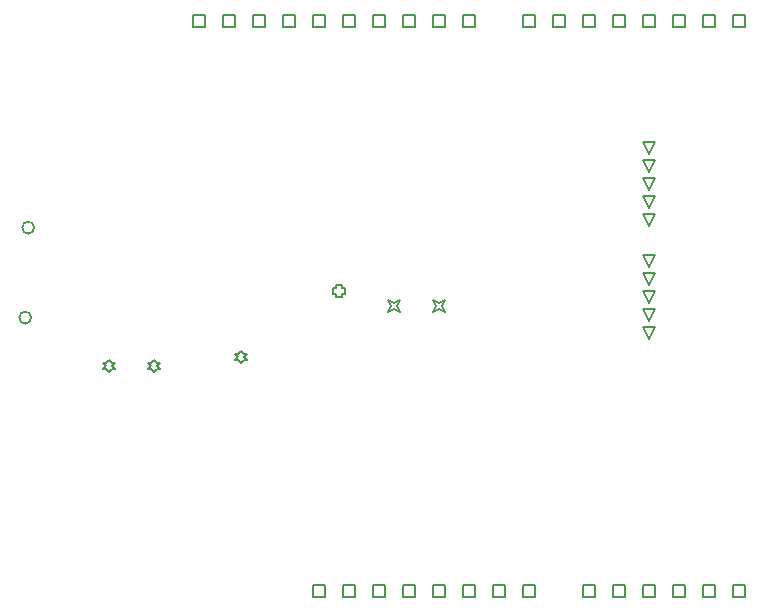
<source format=gbr>
%TF.GenerationSoftware,Altium Limited,Altium Designer,25.5.2 (35)*%
G04 Layer_Color=2752767*
%FSLAX45Y45*%
%MOMM*%
%TF.SameCoordinates,3BADBC57-1BA9-4FDE-98A5-202BFE76BA5A*%
%TF.FilePolarity,Positive*%
%TF.FileFunction,Drawing*%
%TF.Part,Single*%
G01*
G75*
%TA.AperFunction,NonConductor*%
%ADD44C,0.12700*%
%ADD45C,0.16933*%
D44*
X3759200Y203200D02*
Y304800D01*
X3860800D01*
Y203200D01*
X3759200D01*
X4521200D02*
Y304800D01*
X4622800D01*
Y203200D01*
X4521200D01*
X2489200Y5029200D02*
Y5130800D01*
X2590800D01*
Y5029200D01*
X2489200D01*
X4267200Y203200D02*
Y304800D01*
X4368800D01*
Y203200D01*
X4267200D01*
X4013200D02*
Y304800D01*
X4114800D01*
Y203200D01*
X4013200D01*
X6299200Y5029200D02*
Y5130800D01*
X6400800D01*
Y5029200D01*
X6299200D01*
X6045200D02*
Y5130800D01*
X6146800D01*
Y5029200D01*
X6045200D01*
X5791200D02*
Y5130800D01*
X5892800D01*
Y5029200D01*
X5791200D01*
X5537200D02*
Y5130800D01*
X5638800D01*
Y5029200D01*
X5537200D01*
X5283200D02*
Y5130800D01*
X5384800D01*
Y5029200D01*
X5283200D01*
X5029200D02*
Y5130800D01*
X5130800D01*
Y5029200D01*
X5029200D01*
X4775200D02*
Y5130800D01*
X4876800D01*
Y5029200D01*
X4775200D01*
X4521200D02*
Y5130800D01*
X4622800D01*
Y5029200D01*
X4521200D01*
X3505200Y203200D02*
Y304800D01*
X3606800D01*
Y203200D01*
X3505200D01*
X3251200D02*
Y304800D01*
X3352800D01*
Y203200D01*
X3251200D01*
X2997200D02*
Y304800D01*
X3098800D01*
Y203200D01*
X2997200D01*
X2743200D02*
Y304800D01*
X2844800D01*
Y203200D01*
X2743200D01*
X6299200D02*
Y304800D01*
X6400800D01*
Y203200D01*
X6299200D01*
X6045200D02*
Y304800D01*
X6146800D01*
Y203200D01*
X6045200D01*
X5791200D02*
Y304800D01*
X5892800D01*
Y203200D01*
X5791200D01*
X5537200D02*
Y304800D01*
X5638800D01*
Y203200D01*
X5537200D01*
X5283200D02*
Y304800D01*
X5384800D01*
Y203200D01*
X5283200D01*
X5029200D02*
Y304800D01*
X5130800D01*
Y203200D01*
X5029200D01*
X1727200Y5029200D02*
Y5130800D01*
X1828800D01*
Y5029200D01*
X1727200D01*
X1981200D02*
Y5130800D01*
X2082800D01*
Y5029200D01*
X1981200D01*
X2235200D02*
Y5130800D01*
X2336800D01*
Y5029200D01*
X2235200D01*
X2743200D02*
Y5130800D01*
X2844800D01*
Y5029200D01*
X2743200D01*
X2997200D02*
Y5130800D01*
X3098800D01*
Y5029200D01*
X2997200D01*
X3251200D02*
Y5130800D01*
X3352800D01*
Y5029200D01*
X3251200D01*
X3505200D02*
Y5130800D01*
X3606800D01*
Y5029200D01*
X3505200D01*
X3759200D02*
Y5130800D01*
X3860800D01*
Y5029200D01*
X3759200D01*
X4013200D02*
Y5130800D01*
X4114800D01*
Y5029200D01*
X4013200D01*
X3759200Y2616200D02*
X3784600Y2667000D01*
X3759200Y2717800D01*
X3810000Y2692400D01*
X3860800Y2717800D01*
X3835400Y2667000D01*
X3860800Y2616200D01*
X3810000Y2641600D01*
X3759200Y2616200D01*
X2133600Y2184400D02*
X2159000Y2209800D01*
X2184400D01*
X2159000Y2235200D01*
X2184400Y2260600D01*
X2159000D01*
X2133600Y2286000D01*
X2108200Y2260600D01*
X2082800D01*
X2108200Y2235200D01*
X2082800Y2209800D01*
X2108200D01*
X2133600Y2184400D01*
X5588000Y2387600D02*
X5537200Y2489200D01*
X5638800D01*
X5588000Y2387600D01*
Y2692400D02*
X5537200Y2794000D01*
X5638800D01*
X5588000Y2692400D01*
Y3340100D02*
X5537200Y3441700D01*
X5638800D01*
X5588000Y3340100D01*
Y2997200D02*
X5537200Y3098800D01*
X5638800D01*
X5588000Y2997200D01*
Y2844800D02*
X5537200Y2946400D01*
X5638800D01*
X5588000Y2844800D01*
Y3492500D02*
X5537200Y3594100D01*
X5638800D01*
X5588000Y3492500D01*
Y3797300D02*
X5537200Y3898900D01*
X5638800D01*
X5588000Y3797300D01*
Y2540000D02*
X5537200Y2641600D01*
X5638800D01*
X5588000Y2540000D01*
Y3949700D02*
X5537200Y4051300D01*
X5638800D01*
X5588000Y3949700D01*
Y3644900D02*
X5537200Y3746500D01*
X5638800D01*
X5588000Y3644900D01*
X3378200Y2616200D02*
X3403600Y2667000D01*
X3378200Y2717800D01*
X3429000Y2692400D01*
X3479800Y2717800D01*
X3454400Y2667000D01*
X3479800Y2616200D01*
X3429000Y2641600D01*
X3378200Y2616200D01*
X2933700Y2768600D02*
Y2743200D01*
X2984500D01*
Y2768600D01*
X3009900D01*
Y2819400D01*
X2984500D01*
Y2844800D01*
X2933700D01*
Y2819400D01*
X2908300D01*
Y2768600D01*
X2933700D01*
X1397000Y2108200D02*
X1422400Y2133600D01*
X1447800D01*
X1422400Y2159000D01*
X1447800Y2184400D01*
X1422400D01*
X1397000Y2209800D01*
X1371600Y2184400D01*
X1346200D01*
X1371600Y2159000D01*
X1346200Y2133600D01*
X1371600D01*
X1397000Y2108200D01*
X1016000D02*
X1041400Y2133600D01*
X1066800D01*
X1041400Y2159000D01*
X1066800Y2184400D01*
X1041400D01*
X1016000Y2209800D01*
X990600Y2184400D01*
X965200D01*
X990600Y2159000D01*
X965200Y2133600D01*
X990600D01*
X1016000Y2108200D01*
D45*
X355600Y2565400D02*
G03*
X355600Y2565400I-50800J0D01*
G01*
X381000Y3327400D02*
G03*
X381000Y3327400I-50800J0D01*
G01*
%TF.MD5,2e2b98ed5f098078b35b502b9bb24663*%
M02*

</source>
